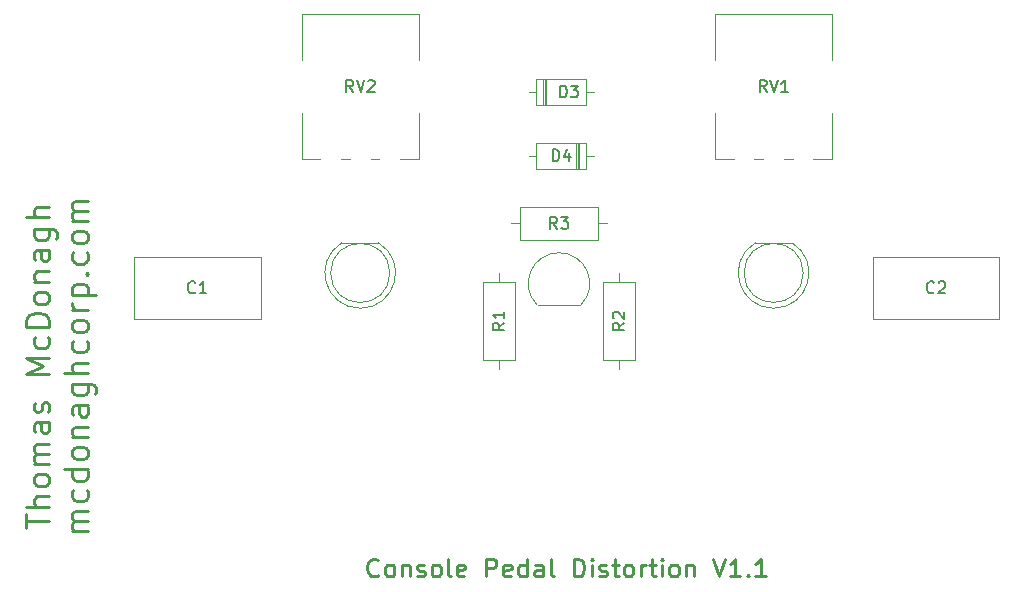
<source format=gbr>
G04 #@! TF.GenerationSoftware,KiCad,Pcbnew,(5.1.7)-1*
G04 #@! TF.CreationDate,2021-02-06T10:52:36-06:00*
G04 #@! TF.ProjectId,ConsolePedalDistortion,436f6e73-6f6c-4655-9065-64616c446973,rev?*
G04 #@! TF.SameCoordinates,Original*
G04 #@! TF.FileFunction,Legend,Top*
G04 #@! TF.FilePolarity,Positive*
%FSLAX46Y46*%
G04 Gerber Fmt 4.6, Leading zero omitted, Abs format (unit mm)*
G04 Created by KiCad (PCBNEW (5.1.7)-1) date 2021-02-06 10:52:36*
%MOMM*%
%LPD*%
G01*
G04 APERTURE LIST*
%ADD10C,0.250000*%
%ADD11C,0.120000*%
%ADD12C,0.150000*%
G04 APERTURE END LIST*
D10*
X116786428Y-121820714D02*
X116715000Y-121892142D01*
X116500714Y-121963571D01*
X116357857Y-121963571D01*
X116143571Y-121892142D01*
X116000714Y-121749285D01*
X115929285Y-121606428D01*
X115857857Y-121320714D01*
X115857857Y-121106428D01*
X115929285Y-120820714D01*
X116000714Y-120677857D01*
X116143571Y-120535000D01*
X116357857Y-120463571D01*
X116500714Y-120463571D01*
X116715000Y-120535000D01*
X116786428Y-120606428D01*
X117643571Y-121963571D02*
X117500714Y-121892142D01*
X117429285Y-121820714D01*
X117357857Y-121677857D01*
X117357857Y-121249285D01*
X117429285Y-121106428D01*
X117500714Y-121035000D01*
X117643571Y-120963571D01*
X117857857Y-120963571D01*
X118000714Y-121035000D01*
X118072142Y-121106428D01*
X118143571Y-121249285D01*
X118143571Y-121677857D01*
X118072142Y-121820714D01*
X118000714Y-121892142D01*
X117857857Y-121963571D01*
X117643571Y-121963571D01*
X118786428Y-120963571D02*
X118786428Y-121963571D01*
X118786428Y-121106428D02*
X118857857Y-121035000D01*
X119000714Y-120963571D01*
X119215000Y-120963571D01*
X119357857Y-121035000D01*
X119429285Y-121177857D01*
X119429285Y-121963571D01*
X120072142Y-121892142D02*
X120215000Y-121963571D01*
X120500714Y-121963571D01*
X120643571Y-121892142D01*
X120715000Y-121749285D01*
X120715000Y-121677857D01*
X120643571Y-121535000D01*
X120500714Y-121463571D01*
X120286428Y-121463571D01*
X120143571Y-121392142D01*
X120072142Y-121249285D01*
X120072142Y-121177857D01*
X120143571Y-121035000D01*
X120286428Y-120963571D01*
X120500714Y-120963571D01*
X120643571Y-121035000D01*
X121572142Y-121963571D02*
X121429285Y-121892142D01*
X121357857Y-121820714D01*
X121286428Y-121677857D01*
X121286428Y-121249285D01*
X121357857Y-121106428D01*
X121429285Y-121035000D01*
X121572142Y-120963571D01*
X121786428Y-120963571D01*
X121929285Y-121035000D01*
X122000714Y-121106428D01*
X122072142Y-121249285D01*
X122072142Y-121677857D01*
X122000714Y-121820714D01*
X121929285Y-121892142D01*
X121786428Y-121963571D01*
X121572142Y-121963571D01*
X122929285Y-121963571D02*
X122786428Y-121892142D01*
X122715000Y-121749285D01*
X122715000Y-120463571D01*
X124072142Y-121892142D02*
X123929285Y-121963571D01*
X123643571Y-121963571D01*
X123500714Y-121892142D01*
X123429285Y-121749285D01*
X123429285Y-121177857D01*
X123500714Y-121035000D01*
X123643571Y-120963571D01*
X123929285Y-120963571D01*
X124072142Y-121035000D01*
X124143571Y-121177857D01*
X124143571Y-121320714D01*
X123429285Y-121463571D01*
X125929285Y-121963571D02*
X125929285Y-120463571D01*
X126500714Y-120463571D01*
X126643571Y-120535000D01*
X126715000Y-120606428D01*
X126786428Y-120749285D01*
X126786428Y-120963571D01*
X126715000Y-121106428D01*
X126643571Y-121177857D01*
X126500714Y-121249285D01*
X125929285Y-121249285D01*
X128000714Y-121892142D02*
X127857857Y-121963571D01*
X127572142Y-121963571D01*
X127429285Y-121892142D01*
X127357857Y-121749285D01*
X127357857Y-121177857D01*
X127429285Y-121035000D01*
X127572142Y-120963571D01*
X127857857Y-120963571D01*
X128000714Y-121035000D01*
X128072142Y-121177857D01*
X128072142Y-121320714D01*
X127357857Y-121463571D01*
X129357857Y-121963571D02*
X129357857Y-120463571D01*
X129357857Y-121892142D02*
X129215000Y-121963571D01*
X128929285Y-121963571D01*
X128786428Y-121892142D01*
X128715000Y-121820714D01*
X128643571Y-121677857D01*
X128643571Y-121249285D01*
X128715000Y-121106428D01*
X128786428Y-121035000D01*
X128929285Y-120963571D01*
X129215000Y-120963571D01*
X129357857Y-121035000D01*
X130715000Y-121963571D02*
X130715000Y-121177857D01*
X130643571Y-121035000D01*
X130500714Y-120963571D01*
X130215000Y-120963571D01*
X130072142Y-121035000D01*
X130715000Y-121892142D02*
X130572142Y-121963571D01*
X130215000Y-121963571D01*
X130072142Y-121892142D01*
X130000714Y-121749285D01*
X130000714Y-121606428D01*
X130072142Y-121463571D01*
X130215000Y-121392142D01*
X130572142Y-121392142D01*
X130715000Y-121320714D01*
X131643571Y-121963571D02*
X131500714Y-121892142D01*
X131429285Y-121749285D01*
X131429285Y-120463571D01*
X133357857Y-121963571D02*
X133357857Y-120463571D01*
X133714999Y-120463571D01*
X133929285Y-120535000D01*
X134072142Y-120677857D01*
X134143571Y-120820714D01*
X134214999Y-121106428D01*
X134214999Y-121320714D01*
X134143571Y-121606428D01*
X134072142Y-121749285D01*
X133929285Y-121892142D01*
X133714999Y-121963571D01*
X133357857Y-121963571D01*
X134857857Y-121963571D02*
X134857857Y-120963571D01*
X134857857Y-120463571D02*
X134786428Y-120535000D01*
X134857857Y-120606428D01*
X134929285Y-120535000D01*
X134857857Y-120463571D01*
X134857857Y-120606428D01*
X135500714Y-121892142D02*
X135643571Y-121963571D01*
X135929285Y-121963571D01*
X136072142Y-121892142D01*
X136143571Y-121749285D01*
X136143571Y-121677857D01*
X136072142Y-121535000D01*
X135929285Y-121463571D01*
X135715000Y-121463571D01*
X135572142Y-121392142D01*
X135500714Y-121249285D01*
X135500714Y-121177857D01*
X135572142Y-121035000D01*
X135715000Y-120963571D01*
X135929285Y-120963571D01*
X136072142Y-121035000D01*
X136572142Y-120963571D02*
X137143571Y-120963571D01*
X136786428Y-120463571D02*
X136786428Y-121749285D01*
X136857857Y-121892142D01*
X137000714Y-121963571D01*
X137143571Y-121963571D01*
X137857857Y-121963571D02*
X137715000Y-121892142D01*
X137643571Y-121820714D01*
X137572142Y-121677857D01*
X137572142Y-121249285D01*
X137643571Y-121106428D01*
X137715000Y-121035000D01*
X137857857Y-120963571D01*
X138072142Y-120963571D01*
X138215000Y-121035000D01*
X138286428Y-121106428D01*
X138357857Y-121249285D01*
X138357857Y-121677857D01*
X138286428Y-121820714D01*
X138215000Y-121892142D01*
X138072142Y-121963571D01*
X137857857Y-121963571D01*
X139000714Y-121963571D02*
X139000714Y-120963571D01*
X139000714Y-121249285D02*
X139072142Y-121106428D01*
X139143571Y-121035000D01*
X139286428Y-120963571D01*
X139429285Y-120963571D01*
X139715000Y-120963571D02*
X140286428Y-120963571D01*
X139929285Y-120463571D02*
X139929285Y-121749285D01*
X140000714Y-121892142D01*
X140143571Y-121963571D01*
X140286428Y-121963571D01*
X140786428Y-121963571D02*
X140786428Y-120963571D01*
X140786428Y-120463571D02*
X140715000Y-120535000D01*
X140786428Y-120606428D01*
X140857857Y-120535000D01*
X140786428Y-120463571D01*
X140786428Y-120606428D01*
X141715000Y-121963571D02*
X141572142Y-121892142D01*
X141500714Y-121820714D01*
X141429285Y-121677857D01*
X141429285Y-121249285D01*
X141500714Y-121106428D01*
X141572142Y-121035000D01*
X141715000Y-120963571D01*
X141929285Y-120963571D01*
X142072142Y-121035000D01*
X142143571Y-121106428D01*
X142215000Y-121249285D01*
X142215000Y-121677857D01*
X142143571Y-121820714D01*
X142072142Y-121892142D01*
X141929285Y-121963571D01*
X141715000Y-121963571D01*
X142857857Y-120963571D02*
X142857857Y-121963571D01*
X142857857Y-121106428D02*
X142929285Y-121035000D01*
X143072142Y-120963571D01*
X143286428Y-120963571D01*
X143429285Y-121035000D01*
X143500714Y-121177857D01*
X143500714Y-121963571D01*
X145143571Y-120463571D02*
X145643571Y-121963571D01*
X146143571Y-120463571D01*
X147429285Y-121963571D02*
X146572142Y-121963571D01*
X147000714Y-121963571D02*
X147000714Y-120463571D01*
X146857857Y-120677857D01*
X146715000Y-120820714D01*
X146572142Y-120892142D01*
X148072142Y-121820714D02*
X148143571Y-121892142D01*
X148072142Y-121963571D01*
X148000714Y-121892142D01*
X148072142Y-121820714D01*
X148072142Y-121963571D01*
X149572142Y-121963571D02*
X148715000Y-121963571D01*
X149143571Y-121963571D02*
X149143571Y-120463571D01*
X149000714Y-120677857D01*
X148857857Y-120820714D01*
X148715000Y-120892142D01*
X86941761Y-117854285D02*
X86941761Y-116711428D01*
X88941761Y-117282857D02*
X86941761Y-117282857D01*
X88941761Y-116044761D02*
X86941761Y-116044761D01*
X88941761Y-115187619D02*
X87894142Y-115187619D01*
X87703666Y-115282857D01*
X87608428Y-115473333D01*
X87608428Y-115759047D01*
X87703666Y-115949523D01*
X87798904Y-116044761D01*
X88941761Y-113949523D02*
X88846523Y-114140000D01*
X88751285Y-114235238D01*
X88560809Y-114330476D01*
X87989380Y-114330476D01*
X87798904Y-114235238D01*
X87703666Y-114140000D01*
X87608428Y-113949523D01*
X87608428Y-113663809D01*
X87703666Y-113473333D01*
X87798904Y-113378095D01*
X87989380Y-113282857D01*
X88560809Y-113282857D01*
X88751285Y-113378095D01*
X88846523Y-113473333D01*
X88941761Y-113663809D01*
X88941761Y-113949523D01*
X88941761Y-112425714D02*
X87608428Y-112425714D01*
X87798904Y-112425714D02*
X87703666Y-112330476D01*
X87608428Y-112140000D01*
X87608428Y-111854285D01*
X87703666Y-111663809D01*
X87894142Y-111568571D01*
X88941761Y-111568571D01*
X87894142Y-111568571D02*
X87703666Y-111473333D01*
X87608428Y-111282857D01*
X87608428Y-110997142D01*
X87703666Y-110806666D01*
X87894142Y-110711428D01*
X88941761Y-110711428D01*
X88941761Y-108901904D02*
X87894142Y-108901904D01*
X87703666Y-108997142D01*
X87608428Y-109187619D01*
X87608428Y-109568571D01*
X87703666Y-109759047D01*
X88846523Y-108901904D02*
X88941761Y-109092380D01*
X88941761Y-109568571D01*
X88846523Y-109759047D01*
X88656047Y-109854285D01*
X88465571Y-109854285D01*
X88275095Y-109759047D01*
X88179857Y-109568571D01*
X88179857Y-109092380D01*
X88084619Y-108901904D01*
X88846523Y-108044761D02*
X88941761Y-107854285D01*
X88941761Y-107473333D01*
X88846523Y-107282857D01*
X88656047Y-107187619D01*
X88560809Y-107187619D01*
X88370333Y-107282857D01*
X88275095Y-107473333D01*
X88275095Y-107759047D01*
X88179857Y-107949523D01*
X87989380Y-108044761D01*
X87894142Y-108044761D01*
X87703666Y-107949523D01*
X87608428Y-107759047D01*
X87608428Y-107473333D01*
X87703666Y-107282857D01*
X88941761Y-104806666D02*
X86941761Y-104806666D01*
X88370333Y-104140000D01*
X86941761Y-103473333D01*
X88941761Y-103473333D01*
X88846523Y-101663809D02*
X88941761Y-101854285D01*
X88941761Y-102235238D01*
X88846523Y-102425714D01*
X88751285Y-102520952D01*
X88560809Y-102616190D01*
X87989380Y-102616190D01*
X87798904Y-102520952D01*
X87703666Y-102425714D01*
X87608428Y-102235238D01*
X87608428Y-101854285D01*
X87703666Y-101663809D01*
X88941761Y-100806666D02*
X86941761Y-100806666D01*
X86941761Y-100330476D01*
X87037000Y-100044761D01*
X87227476Y-99854285D01*
X87417952Y-99759047D01*
X87798904Y-99663809D01*
X88084619Y-99663809D01*
X88465571Y-99759047D01*
X88656047Y-99854285D01*
X88846523Y-100044761D01*
X88941761Y-100330476D01*
X88941761Y-100806666D01*
X88941761Y-98520952D02*
X88846523Y-98711428D01*
X88751285Y-98806666D01*
X88560809Y-98901904D01*
X87989380Y-98901904D01*
X87798904Y-98806666D01*
X87703666Y-98711428D01*
X87608428Y-98520952D01*
X87608428Y-98235238D01*
X87703666Y-98044761D01*
X87798904Y-97949523D01*
X87989380Y-97854285D01*
X88560809Y-97854285D01*
X88751285Y-97949523D01*
X88846523Y-98044761D01*
X88941761Y-98235238D01*
X88941761Y-98520952D01*
X87608428Y-96997142D02*
X88941761Y-96997142D01*
X87798904Y-96997142D02*
X87703666Y-96901904D01*
X87608428Y-96711428D01*
X87608428Y-96425714D01*
X87703666Y-96235238D01*
X87894142Y-96140000D01*
X88941761Y-96140000D01*
X88941761Y-94330476D02*
X87894142Y-94330476D01*
X87703666Y-94425714D01*
X87608428Y-94616190D01*
X87608428Y-94997142D01*
X87703666Y-95187619D01*
X88846523Y-94330476D02*
X88941761Y-94520952D01*
X88941761Y-94997142D01*
X88846523Y-95187619D01*
X88656047Y-95282857D01*
X88465571Y-95282857D01*
X88275095Y-95187619D01*
X88179857Y-94997142D01*
X88179857Y-94520952D01*
X88084619Y-94330476D01*
X87608428Y-92520952D02*
X89227476Y-92520952D01*
X89417952Y-92616190D01*
X89513190Y-92711428D01*
X89608428Y-92901904D01*
X89608428Y-93187619D01*
X89513190Y-93378095D01*
X88846523Y-92520952D02*
X88941761Y-92711428D01*
X88941761Y-93092380D01*
X88846523Y-93282857D01*
X88751285Y-93378095D01*
X88560809Y-93473333D01*
X87989380Y-93473333D01*
X87798904Y-93378095D01*
X87703666Y-93282857D01*
X87608428Y-93092380D01*
X87608428Y-92711428D01*
X87703666Y-92520952D01*
X88941761Y-91568571D02*
X86941761Y-91568571D01*
X88941761Y-90711428D02*
X87894142Y-90711428D01*
X87703666Y-90806666D01*
X87608428Y-90997142D01*
X87608428Y-91282857D01*
X87703666Y-91473333D01*
X87798904Y-91568571D01*
X92191761Y-118140000D02*
X90858428Y-118140000D01*
X91048904Y-118140000D02*
X90953666Y-118044761D01*
X90858428Y-117854285D01*
X90858428Y-117568571D01*
X90953666Y-117378095D01*
X91144142Y-117282857D01*
X92191761Y-117282857D01*
X91144142Y-117282857D02*
X90953666Y-117187619D01*
X90858428Y-116997142D01*
X90858428Y-116711428D01*
X90953666Y-116520952D01*
X91144142Y-116425714D01*
X92191761Y-116425714D01*
X92096523Y-114616190D02*
X92191761Y-114806666D01*
X92191761Y-115187619D01*
X92096523Y-115378095D01*
X92001285Y-115473333D01*
X91810809Y-115568571D01*
X91239380Y-115568571D01*
X91048904Y-115473333D01*
X90953666Y-115378095D01*
X90858428Y-115187619D01*
X90858428Y-114806666D01*
X90953666Y-114616190D01*
X92191761Y-112901904D02*
X90191761Y-112901904D01*
X92096523Y-112901904D02*
X92191761Y-113092380D01*
X92191761Y-113473333D01*
X92096523Y-113663809D01*
X92001285Y-113759047D01*
X91810809Y-113854285D01*
X91239380Y-113854285D01*
X91048904Y-113759047D01*
X90953666Y-113663809D01*
X90858428Y-113473333D01*
X90858428Y-113092380D01*
X90953666Y-112901904D01*
X92191761Y-111663809D02*
X92096523Y-111854285D01*
X92001285Y-111949523D01*
X91810809Y-112044761D01*
X91239380Y-112044761D01*
X91048904Y-111949523D01*
X90953666Y-111854285D01*
X90858428Y-111663809D01*
X90858428Y-111378095D01*
X90953666Y-111187619D01*
X91048904Y-111092380D01*
X91239380Y-110997142D01*
X91810809Y-110997142D01*
X92001285Y-111092380D01*
X92096523Y-111187619D01*
X92191761Y-111378095D01*
X92191761Y-111663809D01*
X90858428Y-110140000D02*
X92191761Y-110140000D01*
X91048904Y-110140000D02*
X90953666Y-110044761D01*
X90858428Y-109854285D01*
X90858428Y-109568571D01*
X90953666Y-109378095D01*
X91144142Y-109282857D01*
X92191761Y-109282857D01*
X92191761Y-107473333D02*
X91144142Y-107473333D01*
X90953666Y-107568571D01*
X90858428Y-107759047D01*
X90858428Y-108140000D01*
X90953666Y-108330476D01*
X92096523Y-107473333D02*
X92191761Y-107663809D01*
X92191761Y-108140000D01*
X92096523Y-108330476D01*
X91906047Y-108425714D01*
X91715571Y-108425714D01*
X91525095Y-108330476D01*
X91429857Y-108140000D01*
X91429857Y-107663809D01*
X91334619Y-107473333D01*
X90858428Y-105663809D02*
X92477476Y-105663809D01*
X92667952Y-105759047D01*
X92763190Y-105854285D01*
X92858428Y-106044761D01*
X92858428Y-106330476D01*
X92763190Y-106520952D01*
X92096523Y-105663809D02*
X92191761Y-105854285D01*
X92191761Y-106235238D01*
X92096523Y-106425714D01*
X92001285Y-106520952D01*
X91810809Y-106616190D01*
X91239380Y-106616190D01*
X91048904Y-106520952D01*
X90953666Y-106425714D01*
X90858428Y-106235238D01*
X90858428Y-105854285D01*
X90953666Y-105663809D01*
X92191761Y-104711428D02*
X90191761Y-104711428D01*
X92191761Y-103854285D02*
X91144142Y-103854285D01*
X90953666Y-103949523D01*
X90858428Y-104140000D01*
X90858428Y-104425714D01*
X90953666Y-104616190D01*
X91048904Y-104711428D01*
X92096523Y-102044761D02*
X92191761Y-102235238D01*
X92191761Y-102616190D01*
X92096523Y-102806666D01*
X92001285Y-102901904D01*
X91810809Y-102997142D01*
X91239380Y-102997142D01*
X91048904Y-102901904D01*
X90953666Y-102806666D01*
X90858428Y-102616190D01*
X90858428Y-102235238D01*
X90953666Y-102044761D01*
X92191761Y-100901904D02*
X92096523Y-101092380D01*
X92001285Y-101187619D01*
X91810809Y-101282857D01*
X91239380Y-101282857D01*
X91048904Y-101187619D01*
X90953666Y-101092380D01*
X90858428Y-100901904D01*
X90858428Y-100616190D01*
X90953666Y-100425714D01*
X91048904Y-100330476D01*
X91239380Y-100235238D01*
X91810809Y-100235238D01*
X92001285Y-100330476D01*
X92096523Y-100425714D01*
X92191761Y-100616190D01*
X92191761Y-100901904D01*
X92191761Y-99378095D02*
X90858428Y-99378095D01*
X91239380Y-99378095D02*
X91048904Y-99282857D01*
X90953666Y-99187619D01*
X90858428Y-98997142D01*
X90858428Y-98806666D01*
X90858428Y-98140000D02*
X92858428Y-98140000D01*
X90953666Y-98140000D02*
X90858428Y-97949523D01*
X90858428Y-97568571D01*
X90953666Y-97378095D01*
X91048904Y-97282857D01*
X91239380Y-97187619D01*
X91810809Y-97187619D01*
X92001285Y-97282857D01*
X92096523Y-97378095D01*
X92191761Y-97568571D01*
X92191761Y-97949523D01*
X92096523Y-98140000D01*
X92001285Y-96330476D02*
X92096523Y-96235238D01*
X92191761Y-96330476D01*
X92096523Y-96425714D01*
X92001285Y-96330476D01*
X92191761Y-96330476D01*
X92096523Y-94520952D02*
X92191761Y-94711428D01*
X92191761Y-95092380D01*
X92096523Y-95282857D01*
X92001285Y-95378095D01*
X91810809Y-95473333D01*
X91239380Y-95473333D01*
X91048904Y-95378095D01*
X90953666Y-95282857D01*
X90858428Y-95092380D01*
X90858428Y-94711428D01*
X90953666Y-94520952D01*
X92191761Y-93378095D02*
X92096523Y-93568571D01*
X92001285Y-93663809D01*
X91810809Y-93759047D01*
X91239380Y-93759047D01*
X91048904Y-93663809D01*
X90953666Y-93568571D01*
X90858428Y-93378095D01*
X90858428Y-93092380D01*
X90953666Y-92901904D01*
X91048904Y-92806666D01*
X91239380Y-92711428D01*
X91810809Y-92711428D01*
X92001285Y-92806666D01*
X92096523Y-92901904D01*
X92191761Y-93092380D01*
X92191761Y-93378095D01*
X92191761Y-91854285D02*
X90858428Y-91854285D01*
X91048904Y-91854285D02*
X90953666Y-91759047D01*
X90858428Y-91568571D01*
X90858428Y-91282857D01*
X90953666Y-91092380D01*
X91144142Y-90997142D01*
X92191761Y-90997142D01*
X91144142Y-90997142D02*
X90953666Y-90901904D01*
X90858428Y-90711428D01*
X90858428Y-90425714D01*
X90953666Y-90235238D01*
X91144142Y-90140000D01*
X92191761Y-90140000D01*
D11*
G04 #@! TO.C,R3*
X128810000Y-90705000D02*
X128810000Y-93445000D01*
X128810000Y-93445000D02*
X135350000Y-93445000D01*
X135350000Y-93445000D02*
X135350000Y-90705000D01*
X135350000Y-90705000D02*
X128810000Y-90705000D01*
X128040000Y-92075000D02*
X128810000Y-92075000D01*
X136120000Y-92075000D02*
X135350000Y-92075000D01*
G04 #@! TO.C,D1*
X117750000Y-96270000D02*
G75*
G03*
X117750000Y-96270000I-2500000J0D01*
G01*
X116795000Y-93710000D02*
X113705000Y-93710000D01*
X115249538Y-99260000D02*
G75*
G03*
X116794830Y-93710000I462J2990000D01*
G01*
X115250462Y-99260000D02*
G75*
G02*
X113705170Y-93710000I-462J2990000D01*
G01*
G04 #@! TO.C,D2*
X151795000Y-93710000D02*
X148705000Y-93710000D01*
X152750000Y-96270000D02*
G75*
G03*
X152750000Y-96270000I-2500000J0D01*
G01*
X150250462Y-99260000D02*
G75*
G02*
X148705170Y-93710000I-462J2990000D01*
G01*
X150249538Y-99260000D02*
G75*
G03*
X151794830Y-93710000I462J2990000D01*
G01*
G04 #@! TO.C,RV1*
X145280000Y-74380000D02*
X155220000Y-74380000D01*
X153620000Y-86620000D02*
X155220000Y-86620000D01*
X151121000Y-86620000D02*
X151880000Y-86620000D01*
X148621000Y-86620000D02*
X149380000Y-86620000D01*
X145280000Y-86620000D02*
X146879000Y-86620000D01*
X155220000Y-78245000D02*
X155220000Y-74380000D01*
X155220000Y-86620000D02*
X155220000Y-82755000D01*
X145280000Y-78245000D02*
X145280000Y-74380000D01*
X145280000Y-86620000D02*
X145280000Y-82755000D01*
G04 #@! TO.C,RV2*
X110280000Y-86620000D02*
X110280000Y-82755000D01*
X110280000Y-78245000D02*
X110280000Y-74380000D01*
X120220000Y-86620000D02*
X120220000Y-82755000D01*
X120220000Y-78245000D02*
X120220000Y-74380000D01*
X110280000Y-86620000D02*
X111879000Y-86620000D01*
X113621000Y-86620000D02*
X114380000Y-86620000D01*
X116121000Y-86620000D02*
X116880000Y-86620000D01*
X118620000Y-86620000D02*
X120220000Y-86620000D01*
X110280000Y-74380000D02*
X120220000Y-74380000D01*
G04 #@! TO.C,C1*
X106870000Y-100160000D02*
X96130000Y-100160000D01*
X106870000Y-94920000D02*
X96130000Y-94920000D01*
X106870000Y-100160000D02*
X106870000Y-94920000D01*
X96130000Y-100160000D02*
X96130000Y-94920000D01*
G04 #@! TO.C,C2*
X169370000Y-94920000D02*
X169370000Y-100160000D01*
X158630000Y-94920000D02*
X158630000Y-100160000D01*
X158630000Y-100160000D02*
X169370000Y-100160000D01*
X158630000Y-94920000D02*
X169370000Y-94920000D01*
G04 #@! TO.C,D3*
X130150500Y-79842500D02*
X130150500Y-82082500D01*
X130150500Y-82082500D02*
X134390500Y-82082500D01*
X134390500Y-82082500D02*
X134390500Y-79842500D01*
X134390500Y-79842500D02*
X130150500Y-79842500D01*
X129500500Y-80962500D02*
X130150500Y-80962500D01*
X135040500Y-80962500D02*
X134390500Y-80962500D01*
X130870500Y-79842500D02*
X130870500Y-82082500D01*
X130990500Y-79842500D02*
X130990500Y-82082500D01*
X130750500Y-79842500D02*
X130750500Y-82082500D01*
G04 #@! TO.C,D4*
X133790500Y-87480000D02*
X133790500Y-85240000D01*
X133550500Y-87480000D02*
X133550500Y-85240000D01*
X133670500Y-87480000D02*
X133670500Y-85240000D01*
X129500500Y-86360000D02*
X130150500Y-86360000D01*
X135040500Y-86360000D02*
X134390500Y-86360000D01*
X130150500Y-87480000D02*
X134390500Y-87480000D01*
X130150500Y-85240000D02*
X130150500Y-87480000D01*
X134390500Y-85240000D02*
X130150500Y-85240000D01*
X134390500Y-87480000D02*
X134390500Y-85240000D01*
G04 #@! TO.C,Q1*
X130280000Y-99005000D02*
X133880000Y-99005000D01*
X130241522Y-98993478D02*
G75*
G02*
X132080000Y-94555000I1838478J1838478D01*
G01*
X133918478Y-98993478D02*
G75*
G03*
X132080000Y-94555000I-1838478J1838478D01*
G01*
G04 #@! TO.C,R1*
X128370000Y-97060000D02*
X125630000Y-97060000D01*
X125630000Y-97060000D02*
X125630000Y-103600000D01*
X125630000Y-103600000D02*
X128370000Y-103600000D01*
X128370000Y-103600000D02*
X128370000Y-97060000D01*
X127000000Y-96290000D02*
X127000000Y-97060000D01*
X127000000Y-104370000D02*
X127000000Y-103600000D01*
G04 #@! TO.C,R2*
X137160000Y-96290000D02*
X137160000Y-97060000D01*
X137160000Y-104370000D02*
X137160000Y-103600000D01*
X135790000Y-97060000D02*
X135790000Y-103600000D01*
X138530000Y-97060000D02*
X135790000Y-97060000D01*
X138530000Y-103600000D02*
X138530000Y-97060000D01*
X135790000Y-103600000D02*
X138530000Y-103600000D01*
G04 #@! TO.C,R3*
D12*
X131913333Y-92527380D02*
X131580000Y-92051190D01*
X131341904Y-92527380D02*
X131341904Y-91527380D01*
X131722857Y-91527380D01*
X131818095Y-91575000D01*
X131865714Y-91622619D01*
X131913333Y-91717857D01*
X131913333Y-91860714D01*
X131865714Y-91955952D01*
X131818095Y-92003571D01*
X131722857Y-92051190D01*
X131341904Y-92051190D01*
X132246666Y-91527380D02*
X132865714Y-91527380D01*
X132532380Y-91908333D01*
X132675238Y-91908333D01*
X132770476Y-91955952D01*
X132818095Y-92003571D01*
X132865714Y-92098809D01*
X132865714Y-92336904D01*
X132818095Y-92432142D01*
X132770476Y-92479761D01*
X132675238Y-92527380D01*
X132389523Y-92527380D01*
X132294285Y-92479761D01*
X132246666Y-92432142D01*
G04 #@! TO.C,RV1*
X149654761Y-80952380D02*
X149321428Y-80476190D01*
X149083333Y-80952380D02*
X149083333Y-79952380D01*
X149464285Y-79952380D01*
X149559523Y-80000000D01*
X149607142Y-80047619D01*
X149654761Y-80142857D01*
X149654761Y-80285714D01*
X149607142Y-80380952D01*
X149559523Y-80428571D01*
X149464285Y-80476190D01*
X149083333Y-80476190D01*
X149940476Y-79952380D02*
X150273809Y-80952380D01*
X150607142Y-79952380D01*
X151464285Y-80952380D02*
X150892857Y-80952380D01*
X151178571Y-80952380D02*
X151178571Y-79952380D01*
X151083333Y-80095238D01*
X150988095Y-80190476D01*
X150892857Y-80238095D01*
G04 #@! TO.C,RV2*
X114654761Y-80952380D02*
X114321428Y-80476190D01*
X114083333Y-80952380D02*
X114083333Y-79952380D01*
X114464285Y-79952380D01*
X114559523Y-80000000D01*
X114607142Y-80047619D01*
X114654761Y-80142857D01*
X114654761Y-80285714D01*
X114607142Y-80380952D01*
X114559523Y-80428571D01*
X114464285Y-80476190D01*
X114083333Y-80476190D01*
X114940476Y-79952380D02*
X115273809Y-80952380D01*
X115607142Y-79952380D01*
X115892857Y-80047619D02*
X115940476Y-80000000D01*
X116035714Y-79952380D01*
X116273809Y-79952380D01*
X116369047Y-80000000D01*
X116416666Y-80047619D01*
X116464285Y-80142857D01*
X116464285Y-80238095D01*
X116416666Y-80380952D01*
X115845238Y-80952380D01*
X116464285Y-80952380D01*
G04 #@! TO.C,C1*
X101273333Y-97897142D02*
X101225714Y-97944761D01*
X101082857Y-97992380D01*
X100987619Y-97992380D01*
X100844761Y-97944761D01*
X100749523Y-97849523D01*
X100701904Y-97754285D01*
X100654285Y-97563809D01*
X100654285Y-97420952D01*
X100701904Y-97230476D01*
X100749523Y-97135238D01*
X100844761Y-97040000D01*
X100987619Y-96992380D01*
X101082857Y-96992380D01*
X101225714Y-97040000D01*
X101273333Y-97087619D01*
X102225714Y-97992380D02*
X101654285Y-97992380D01*
X101940000Y-97992380D02*
X101940000Y-96992380D01*
X101844761Y-97135238D01*
X101749523Y-97230476D01*
X101654285Y-97278095D01*
G04 #@! TO.C,C2*
X163833333Y-97897142D02*
X163785714Y-97944761D01*
X163642857Y-97992380D01*
X163547619Y-97992380D01*
X163404761Y-97944761D01*
X163309523Y-97849523D01*
X163261904Y-97754285D01*
X163214285Y-97563809D01*
X163214285Y-97420952D01*
X163261904Y-97230476D01*
X163309523Y-97135238D01*
X163404761Y-97040000D01*
X163547619Y-96992380D01*
X163642857Y-96992380D01*
X163785714Y-97040000D01*
X163833333Y-97087619D01*
X164214285Y-97087619D02*
X164261904Y-97040000D01*
X164357142Y-96992380D01*
X164595238Y-96992380D01*
X164690476Y-97040000D01*
X164738095Y-97087619D01*
X164785714Y-97182857D01*
X164785714Y-97278095D01*
X164738095Y-97420952D01*
X164166666Y-97992380D01*
X164785714Y-97992380D01*
G04 #@! TO.C,D3*
X132167404Y-81414880D02*
X132167404Y-80414880D01*
X132405500Y-80414880D01*
X132548357Y-80462500D01*
X132643595Y-80557738D01*
X132691214Y-80652976D01*
X132738833Y-80843452D01*
X132738833Y-80986309D01*
X132691214Y-81176785D01*
X132643595Y-81272023D01*
X132548357Y-81367261D01*
X132405500Y-81414880D01*
X132167404Y-81414880D01*
X133072166Y-80414880D02*
X133691214Y-80414880D01*
X133357880Y-80795833D01*
X133500738Y-80795833D01*
X133595976Y-80843452D01*
X133643595Y-80891071D01*
X133691214Y-80986309D01*
X133691214Y-81224404D01*
X133643595Y-81319642D01*
X133595976Y-81367261D01*
X133500738Y-81414880D01*
X133215023Y-81414880D01*
X133119785Y-81367261D01*
X133072166Y-81319642D01*
G04 #@! TO.C,D4*
X131532404Y-86812380D02*
X131532404Y-85812380D01*
X131770500Y-85812380D01*
X131913357Y-85860000D01*
X132008595Y-85955238D01*
X132056214Y-86050476D01*
X132103833Y-86240952D01*
X132103833Y-86383809D01*
X132056214Y-86574285D01*
X132008595Y-86669523D01*
X131913357Y-86764761D01*
X131770500Y-86812380D01*
X131532404Y-86812380D01*
X132960976Y-86145714D02*
X132960976Y-86812380D01*
X132722880Y-85764761D02*
X132484785Y-86479047D01*
X133103833Y-86479047D01*
G04 #@! TO.C,R1*
X127452380Y-100496666D02*
X126976190Y-100830000D01*
X127452380Y-101068095D02*
X126452380Y-101068095D01*
X126452380Y-100687142D01*
X126500000Y-100591904D01*
X126547619Y-100544285D01*
X126642857Y-100496666D01*
X126785714Y-100496666D01*
X126880952Y-100544285D01*
X126928571Y-100591904D01*
X126976190Y-100687142D01*
X126976190Y-101068095D01*
X127452380Y-99544285D02*
X127452380Y-100115714D01*
X127452380Y-99830000D02*
X126452380Y-99830000D01*
X126595238Y-99925238D01*
X126690476Y-100020476D01*
X126738095Y-100115714D01*
G04 #@! TO.C,R2*
X137612380Y-100496666D02*
X137136190Y-100830000D01*
X137612380Y-101068095D02*
X136612380Y-101068095D01*
X136612380Y-100687142D01*
X136660000Y-100591904D01*
X136707619Y-100544285D01*
X136802857Y-100496666D01*
X136945714Y-100496666D01*
X137040952Y-100544285D01*
X137088571Y-100591904D01*
X137136190Y-100687142D01*
X137136190Y-101068095D01*
X136707619Y-100115714D02*
X136660000Y-100068095D01*
X136612380Y-99972857D01*
X136612380Y-99734761D01*
X136660000Y-99639523D01*
X136707619Y-99591904D01*
X136802857Y-99544285D01*
X136898095Y-99544285D01*
X137040952Y-99591904D01*
X137612380Y-100163333D01*
X137612380Y-99544285D01*
G04 #@! TD*
M02*

</source>
